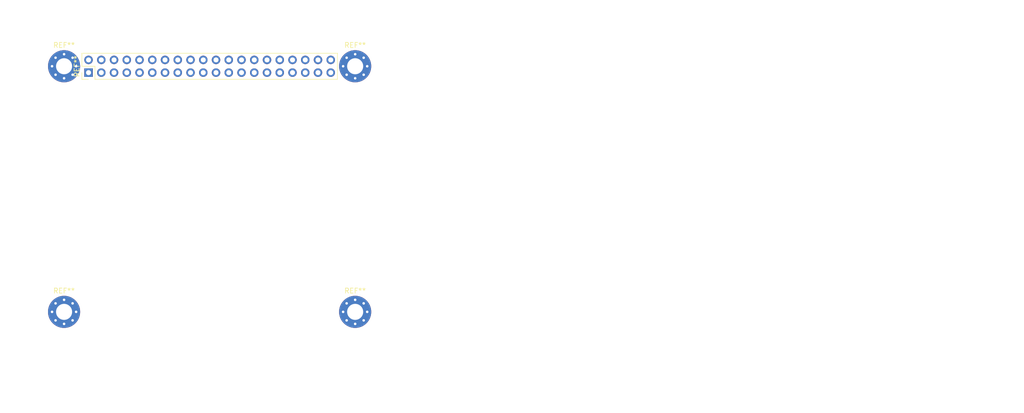
<source format=kicad_pcb>
(kicad_pcb (version 20221018) (generator pcbnew)
  (layers (0 "F.Cu" signal) (31 "B.Cu" signal) (34 "B.Paste" user) (35 "F.Paste" user) (36 "B.SilkS" user "B.Silkscreen") (37 "F.SilkS" user "F.Silkscreen") (38 "B.Mask" user) (39 "F.Mask" user) (44 "Edge.Cuts" user))
  (net 0 "")
  (footprint "Connector_PinHeader_2.54mm:PinHeader_2x20_P2.54mm_Vertical" (layer "F.Cu") (at 59.375 35.775 90)
    (fp_text reference "REF**" (at 1.27 -2.33 90) (layer "F.SilkS"))
    (fp_text value "PinHeader_2x20_P2.54mm_Vertical")
    (fp_line (start -1.33 -1.33) (end 0 -1.33) (stroke (width 0.12)) (layer "F.SilkS"))
    (fp_line (start -1.33 0) (end -1.33 -1.33) (stroke (width 0.12)) (layer "F.SilkS"))
    (fp_line (start -1.33 1.27) (end -1.33 49.59) (stroke (width 0.12)) (layer "F.SilkS"))
    (fp_line (start -1.33 1.27) (end 1.27 1.27) (stroke (width 0.12)) (layer "F.SilkS"))
    (fp_line (start -1.33 49.59) (end 3.87 49.59) (stroke (width 0.12)) (layer "F.SilkS"))
    (fp_line (start 1.27 -1.33) (end 3.87 -1.33) (stroke (width 0.12)) (layer "F.SilkS"))
    (fp_line (start 1.27 1.27) (end 1.27 -1.33) (stroke (width 0.12)) (layer "F.SilkS"))
    (fp_line (start 3.87 -1.33) (end 3.87 49.59) (stroke (width 0.12)) (layer "F.SilkS"))
    (pad "1" thru_hole rect (at 0 0 90) (size 1.7 1.7) (drill 1) (layers "*.Cu" "*.Mask"))
    (pad "2" thru_hole oval (at 2.54 0 90) (size 1.7 1.7) (drill 1) (layers "*.Cu" "*.Mask"))
    (pad "3" thru_hole oval (at 0 2.54 90) (size 1.7 1.7) (drill 1) (layers "*.Cu" "*.Mask"))
    (pad "4" thru_hole oval (at 2.54 2.54 90) (size 1.7 1.7) (drill 1) (layers "*.Cu" "*.Mask"))
    (pad "5" thru_hole oval (at 0 5.08 90) (size 1.7 1.7) (drill 1) (layers "*.Cu" "*.Mask"))
    (pad "6" thru_hole oval (at 2.54 5.08 90) (size 1.7 1.7) (drill 1) (layers "*.Cu" "*.Mask"))
    (pad "7" thru_hole oval (at 0 7.62 90) (size 1.7 1.7) (drill 1) (layers "*.Cu" "*.Mask"))
    (pad "8" thru_hole oval (at 2.54 7.62 90) (size 1.7 1.7) (drill 1) (layers "*.Cu" "*.Mask"))
    (pad "9" thru_hole oval (at 0 10.16 90) (size 1.7 1.7) (drill 1) (layers "*.Cu" "*.Mask"))
    (pad "10" thru_hole oval (at 2.54 10.16 90) (size 1.7 1.7) (drill 1) (layers "*.Cu" "*.Mask"))
    (pad "11" thru_hole oval (at 0 12.7 90) (size 1.7 1.7) (drill 1) (layers "*.Cu" "*.Mask"))
    (pad "12" thru_hole oval (at 2.54 12.7 90) (size 1.7 1.7) (drill 1) (layers "*.Cu" "*.Mask"))
    (pad "13" thru_hole oval (at 0 15.24 90) (size 1.7 1.7) (drill 1) (layers "*.Cu" "*.Mask"))
    (pad "14" thru_hole oval (at 2.54 15.24 90) (size 1.7 1.7) (drill 1) (layers "*.Cu" "*.Mask"))
    (pad "15" thru_hole oval (at 0 17.78 90) (size 1.7 1.7) (drill 1) (layers "*.Cu" "*.Mask"))
    (pad "16" thru_hole oval (at 2.54 17.78 90) (size 1.7 1.7) (drill 1) (layers "*.Cu" "*.Mask"))
    (pad "17" thru_hole oval (at 0 20.32 90) (size 1.7 1.7) (drill 1) (layers "*.Cu" "*.Mask"))
    (pad "18" thru_hole oval (at 2.54 20.32 90) (size 1.7 1.7) (drill 1) (layers "*.Cu" "*.Mask"))
    (pad "19" thru_hole oval (at 0 22.86 90) (size 1.7 1.7) (drill 1) (layers "*.Cu" "*.Mask"))
    (pad "20" thru_hole oval (at 2.54 22.86 90) (size 1.7 1.7) (drill 1) (layers "*.Cu" "*.Mask"))
    (pad "21" thru_hole oval (at 0 25.4 90) (size 1.7 1.7) (drill 1) (layers "*.Cu" "*.Mask"))
    (pad "22" thru_hole oval (at 2.54 25.4 90) (size 1.7 1.7) (drill 1) (layers "*.Cu" "*.Mask"))
    (pad "23" thru_hole oval (at 0 27.94 90) (size 1.7 1.7) (drill 1) (layers "*.Cu" "*.Mask"))
    (pad "24" thru_hole oval (at 2.54 27.94 90) (size 1.7 1.7) (drill 1) (layers "*.Cu" "*.Mask"))
    (pad "25" thru_hole oval (at 0 30.48 90) (size 1.7 1.7) (drill 1) (layers "*.Cu" "*.Mask"))
    (pad "26" thru_hole oval (at 2.54 30.48 90) (size 1.7 1.7) (drill 1) (layers "*.Cu" "*.Mask"))
    (pad "27" thru_hole oval (at 0 33.02 90) (size 1.7 1.7) (drill 1) (layers "*.Cu" "*.Mask"))
    (pad "28" thru_hole oval (at 2.54 33.02 90) (size 1.7 1.7) (drill 1) (layers "*.Cu" "*.Mask"))
    (pad "29" thru_hole oval (at 0 35.56 90) (size 1.7 1.7) (drill 1) (layers "*.Cu" "*.Mask"))
    (pad "30" thru_hole oval (at 2.54 35.56 90) (size 1.7 1.7) (drill 1) (layers "*.Cu" "*.Mask"))
    (pad "31" thru_hole oval (at 0 38.1 90) (size 1.7 1.7) (drill 1) (layers "*.Cu" "*.Mask"))
    (pad "32" thru_hole oval (at 2.54 38.1 90) (size 1.7 1.7) (drill 1) (layers "*.Cu" "*.Mask"))
    (pad "33" thru_hole oval (at 0 40.64 90) (size 1.7 1.7) (drill 1) (layers "*.Cu" "*.Mask"))
    (pad "34" thru_hole oval (at 2.54 40.64 90) (size 1.7 1.7) (drill 1) (layers "*.Cu" "*.Mask"))
    (pad "35" thru_hole oval (at 0 43.18 90) (size 1.7 1.7) (drill 1) (layers "*.Cu" "*.Mask"))
    (pad "36" thru_hole oval (at 2.54 43.18 90) (size 1.7 1.7) (drill 1) (layers "*.Cu" "*.Mask"))
    (pad "37" thru_hole oval (at 0 45.72 90) (size 1.7 1.7) (drill 1) (layers "*.Cu" "*.Mask"))
    (pad "38" thru_hole oval (at 2.54 45.72 90) (size 1.7 1.7) (drill 1) (layers "*.Cu" "*.Mask"))
    (pad "39" thru_hole oval (at 0 48.26 90) (size 1.7 1.7) (drill 1) (layers "*.Cu" "*.Mask"))
    (pad "40" thru_hole oval (at 2.54 48.26 90) (size 1.7 1.7) (drill 1) (layers "*.Cu" "*.Mask"))
  )
  (footprint "MountingHole:MountingHole_3.2mm_M3_Pad_Via" (layer "F.Cu") (at 112.5 34.5)
    (fp_text reference "REF**" (at 0 -4.2) (layer "F.SilkS"))
    (fp_text value "MountingHole_3.2mm_M3_Pad_Via")
    (pad "1" thru_hole circle (at -2.4 0) (size 0.8 0.8) (drill 0.5) (layers "*.Cu" "*.Mask"))
    (pad "1" thru_hole circle (at -1.697056 -1.697056) (size 0.8 0.8) (drill 0.5) (layers "*.Cu" "*.Mask"))
    (pad "1" thru_hole circle (at -1.697056 1.697056) (size 0.8 0.8) (drill 0.5) (layers "*.Cu" "*.Mask"))
    (pad "1" thru_hole circle (at 0 -2.4) (size 0.8 0.8) (drill 0.5) (layers "*.Cu" "*.Mask"))
    (pad "1" thru_hole circle (at 0 0) (size 6.4 6.4) (drill 3.2) (layers "*.Cu" "*.Mask"))
    (pad "1" thru_hole circle (at 0 2.4) (size 0.8 0.8) (drill 0.5) (layers "*.Cu" "*.Mask"))
    (pad "1" thru_hole circle (at 1.697056 -1.697056) (size 0.8 0.8) (drill 0.5) (layers "*.Cu" "*.Mask"))
    (pad "1" thru_hole circle (at 1.697056 1.697056) (size 0.8 0.8) (drill 0.5) (layers "*.Cu" "*.Mask"))
    (pad "1" thru_hole circle (at 2.4 0) (size 0.8 0.8) (drill 0.5) (layers "*.Cu" "*.Mask"))
  )
  (footprint "MountingHole:MountingHole_3.2mm_M3_Pad_Via" (layer "F.Cu") (at 54.5 83.5)
    (fp_text reference "REF**" (at 0 -4.2) (layer "F.SilkS"))
    (fp_text value "MountingHole_3.2mm_M3_Pad_Via")
    (pad "1" thru_hole circle (at -2.4 0) (size 0.8 0.8) (drill 0.5) (layers "*.Cu" "*.Mask"))
    (pad "1" thru_hole circle (at -1.697056 -1.697056) (size 0.8 0.8) (drill 0.5) (layers "*.Cu" "*.Mask"))
    (pad "1" thru_hole circle (at -1.697056 1.697056) (size 0.8 0.8) (drill 0.5) (layers "*.Cu" "*.Mask"))
    (pad "1" thru_hole circle (at 0 -2.4) (size 0.8 0.8) (drill 0.5) (layers "*.Cu" "*.Mask"))
    (pad "1" thru_hole circle (at 0 0) (size 6.4 6.4) (drill 3.2) (layers "*.Cu" "*.Mask"))
    (pad "1" thru_hole circle (at 0 2.4) (size 0.8 0.8) (drill 0.5) (layers "*.Cu" "*.Mask"))
    (pad "1" thru_hole circle (at 1.697056 -1.697056) (size 0.8 0.8) (drill 0.5) (layers "*.Cu" "*.Mask"))
    (pad "1" thru_hole circle (at 1.697056 1.697056) (size 0.8 0.8) (drill 0.5) (layers "*.Cu" "*.Mask"))
    (pad "1" thru_hole circle (at 2.4 0) (size 0.8 0.8) (drill 0.5) (layers "*.Cu" "*.Mask"))
  )
  (footprint "MountingHole:MountingHole_3.2mm_M3_Pad_Via" (layer "F.Cu") (at 112.5 83.5)
    (fp_text reference "REF**" (at 0 -4.2) (layer "F.SilkS"))
    (fp_text value "MountingHole_3.2mm_M3_Pad_Via")
    (pad "1" thru_hole circle (at -2.4 0) (size 0.8 0.8) (drill 0.5) (layers "*.Cu" "*.Mask"))
    (pad "1" thru_hole circle (at -1.697056 -1.697056) (size 0.8 0.8) (drill 0.5) (layers "*.Cu" "*.Mask"))
    (pad "1" thru_hole circle (at -1.697056 1.697056) (size 0.8 0.8) (drill 0.5) (layers "*.Cu" "*.Mask"))
    (pad "1" thru_hole circle (at 0 -2.4) (size 0.8 0.8) (drill 0.5) (layers "*.Cu" "*.Mask"))
    (pad "1" thru_hole circle (at 0 0) (size 6.4 6.4) (drill 3.2) (layers "*.Cu" "*.Mask"))
    (pad "1" thru_hole circle (at 0 2.4) (size 0.8 0.8) (drill 0.5) (layers "*.Cu" "*.Mask"))
    (pad "1" thru_hole circle (at 1.697056 -1.697056) (size 0.8 0.8) (drill 0.5) (layers "*.Cu" "*.Mask"))
    (pad "1" thru_hole circle (at 1.697056 1.697056) (size 0.8 0.8) (drill 0.5) (layers "*.Cu" "*.Mask"))
    (pad "1" thru_hole circle (at 2.4 0) (size 0.8 0.8) (drill 0.5) (layers "*.Cu" "*.Mask"))
  )
  (footprint "MountingHole:MountingHole_3.2mm_M3_Pad_Via" (layer "F.Cu") (at 54.5 34.5)
    (fp_text reference "REF**" (at 0 -4.2) (layer "F.SilkS"))
    (fp_text value "MountingHole_3.2mm_M3_Pad_Via")
    (pad "1" thru_hole circle (at -2.4 0) (size 0.8 0.8) (drill 0.5) (layers "*.Cu" "*.Mask"))
    (pad "1" thru_hole circle (at -1.697056 -1.697056) (size 0.8 0.8) (drill 0.5) (layers "*.Cu" "*.Mask"))
    (pad "1" thru_hole circle (at -1.697056 1.697056) (size 0.8 0.8) (drill 0.5) (layers "*.Cu" "*.Mask"))
    (pad "1" thru_hole circle (at 0 -2.4) (size 0.8 0.8) (drill 0.5) (layers "*.Cu" "*.Mask"))
    (pad "1" thru_hole circle (at 0 0) (size 6.4 6.4) (drill 3.2) (layers "*.Cu" "*.Mask"))
    (pad "1" thru_hole circle (at 0 2.4) (size 0.8 0.8) (drill 0.5) (layers "*.Cu" "*.Mask"))
    (pad "1" thru_hole circle (at 1.697056 -1.697056) (size 0.8 0.8) (drill 0.5) (layers "*.Cu" "*.Mask"))
    (pad "1" thru_hole circle (at 1.697056 1.697056) (size 0.8 0.8) (drill 0.5) (layers "*.Cu" "*.Mask"))
    (pad "1" thru_hole circle (at 2.4 0) (size 0.8 0.8) (drill 0.5) (layers "*.Cu" "*.Mask"))
  )
)
</source>
